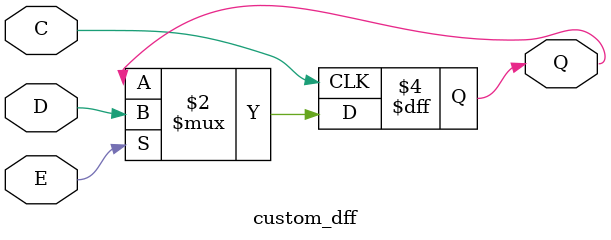
<source format=v>
module i_buf_ds_o_buf_ds (
    input  wire clock0,
    
    input  wire data_in_P,
    input  wire data_in_N,

    input  wire data_push_P,
    input  wire data_push_N,

    output wire data_out_P,
    output wire data_out_N
    
);

    parameter SHIFT_REG_WIDHT = 64;

    wire data_in, data_out, data_push;
    reg push_new, push_prv;
    reg  shift_reg_enable;
    wire [SHIFT_REG_WIDHT:0] shift_reg_chain;

    // Input differential buffer
    I_BUF_DS DATA_INPUT_BUFFER (.I_P(data_in_P), .I_N(data_in_N), .EN(1), .O(data_in));
    I_BUF_DS DATA_PUSH_BUFFER  (.I_P(data_push_P), .I_N(data_push_N), .EN(1), .O(data_push));

    // Output differential buffer
    O_BUF_DS DATA_OUT_BUFFER (.I(data_out), .O_P(data_out_P), .O_N(data_out_N));


    assign shift_reg_chain[0] = data_in;
    assign data_out = shift_reg_chain[SHIFT_REG_WIDHT];

    // chain of flip flops creating a shift register
    genvar ff_number;
    for(ff_number = 0; ff_number < SHIFT_REG_WIDHT; ff_number = ff_number + 1)begin
        custom_dff shift_reg_ff (.D(shift_reg_chain[ff_number]), .E(shift_reg_enable), .C(clock0), .Q(shift_reg_chain[ff_number + 1]));
    end
    
    always @(negedge clock0) begin
        push_new <= data_push;
        push_prv <= push_new;
        // when posedge of data_push signal, data_in is inserted into the shift register
        if({push_prv,push_new} == 2'b01)begin
            shift_reg_enable <= 1;
        end else begin
            shift_reg_enable <= 0;
        end
    end

    
endmodule


module custom_dff (
    input wire D,
    input wire E,
    input wire C,
    output reg Q
);
    always @(posedge C) begin
        if(E) Q <= D;
    end
endmodule
</source>
